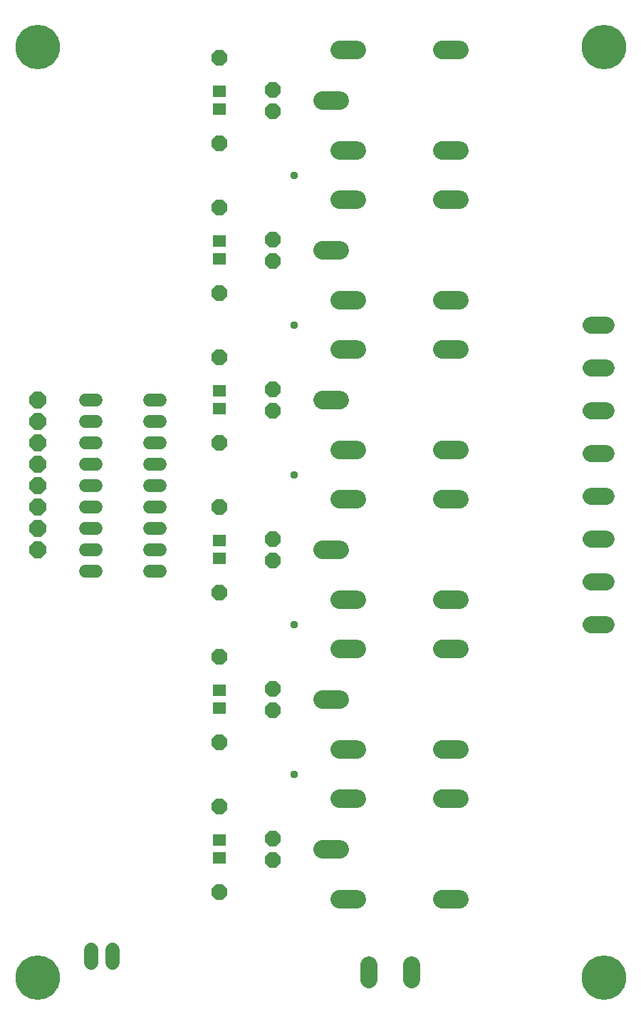
<source format=gbr>
G04 EAGLE Gerber RS-274X export*
G75*
%MOMM*%
%FSLAX34Y34*%
%LPD*%
%INSoldermask Top*%
%IPPOS*%
%AMOC8*
5,1,8,0,0,1.08239X$1,22.5*%
G01*
%ADD10C,5.283200*%
%ADD11C,1.524000*%
%ADD12P,2.144431X8X202.500000*%
%ADD13C,1.727200*%
%ADD14C,2.184400*%
%ADD15P,2.034460X8X112.500000*%
%ADD16P,2.034460X8X292.500000*%
%ADD17R,1.600000X1.400000*%
%ADD18C,1.993900*%
%ADD19C,0.959600*%


D10*
X762000Y1231900D03*
X1435100Y1231900D03*
X762000Y127000D03*
X1435100Y127000D03*
D11*
X832104Y812800D02*
X818896Y812800D01*
X818896Y787400D02*
X832104Y787400D01*
X832104Y660400D02*
X818896Y660400D01*
X818896Y635000D02*
X832104Y635000D01*
X832104Y762000D02*
X818896Y762000D01*
X818896Y736600D02*
X832104Y736600D01*
X832104Y685800D02*
X818896Y685800D01*
X818896Y711200D02*
X832104Y711200D01*
X832104Y609600D02*
X818896Y609600D01*
X895096Y609600D02*
X908304Y609600D01*
X908304Y635000D02*
X895096Y635000D01*
X895096Y660400D02*
X908304Y660400D01*
X908304Y685800D02*
X895096Y685800D01*
X895096Y711200D02*
X908304Y711200D01*
X908304Y736600D02*
X895096Y736600D01*
X895096Y762000D02*
X908304Y762000D01*
X908304Y787400D02*
X895096Y787400D01*
X895096Y812800D02*
X908304Y812800D01*
D12*
X762000Y635000D03*
X762000Y660400D03*
X762000Y685800D03*
X762000Y711200D03*
X762000Y736600D03*
X762000Y762000D03*
X762000Y787400D03*
X762000Y812800D03*
D13*
X850900Y160020D02*
X850900Y144780D01*
X825500Y144780D02*
X825500Y160020D01*
D14*
X1101344Y1168400D02*
X1121156Y1168400D01*
X1121664Y1108710D02*
X1141476Y1108710D01*
X1141476Y1228090D02*
X1121664Y1228090D01*
X1243584Y1228090D02*
X1263396Y1228090D01*
X1263396Y1108710D02*
X1243584Y1108710D01*
X1121156Y990600D02*
X1101344Y990600D01*
X1121664Y930910D02*
X1141476Y930910D01*
X1141476Y1050290D02*
X1121664Y1050290D01*
X1243584Y1050290D02*
X1263396Y1050290D01*
X1263396Y930910D02*
X1243584Y930910D01*
X1121156Y812800D02*
X1101344Y812800D01*
X1121664Y753110D02*
X1141476Y753110D01*
X1141476Y872490D02*
X1121664Y872490D01*
X1243584Y872490D02*
X1263396Y872490D01*
X1263396Y753110D02*
X1243584Y753110D01*
X1121156Y635000D02*
X1101344Y635000D01*
X1121664Y575310D02*
X1141476Y575310D01*
X1141476Y694690D02*
X1121664Y694690D01*
X1243584Y694690D02*
X1263396Y694690D01*
X1263396Y575310D02*
X1243584Y575310D01*
X1121156Y457200D02*
X1101344Y457200D01*
X1121664Y397510D02*
X1141476Y397510D01*
X1141476Y516890D02*
X1121664Y516890D01*
X1243584Y516890D02*
X1263396Y516890D01*
X1263396Y397510D02*
X1243584Y397510D01*
X1121156Y279400D02*
X1101344Y279400D01*
X1121664Y219710D02*
X1141476Y219710D01*
X1141476Y339090D02*
X1121664Y339090D01*
X1243584Y339090D02*
X1263396Y339090D01*
X1263396Y219710D02*
X1243584Y219710D01*
D15*
X1041400Y1155700D03*
X1041400Y1181100D03*
X1041400Y977900D03*
X1041400Y1003300D03*
X1041400Y800100D03*
X1041400Y825500D03*
X1041400Y622300D03*
X1041400Y647700D03*
X1041400Y444500D03*
X1041400Y469900D03*
X1041400Y266700D03*
X1041400Y292100D03*
D16*
X977900Y1219200D03*
X977900Y1117600D03*
D17*
X977900Y1178654D03*
X977900Y1158146D03*
D16*
X977900Y1041400D03*
X977900Y939800D03*
D17*
X977900Y1000854D03*
X977900Y980346D03*
D16*
X977900Y863600D03*
X977900Y762000D03*
D17*
X977900Y823054D03*
X977900Y802546D03*
D16*
X977900Y685800D03*
X977900Y584200D03*
D17*
X977900Y645254D03*
X977900Y624746D03*
D16*
X977900Y508000D03*
X977900Y406400D03*
D17*
X977900Y467454D03*
X977900Y446946D03*
D16*
X977900Y330200D03*
X977900Y228600D03*
D17*
X977900Y289654D03*
X977900Y269146D03*
D18*
X1419797Y546100D02*
X1437704Y546100D01*
X1437704Y596900D02*
X1419797Y596900D01*
X1419797Y647700D02*
X1437704Y647700D01*
X1437704Y698500D02*
X1419797Y698500D01*
X1419797Y749300D02*
X1437704Y749300D01*
X1437704Y800100D02*
X1419797Y800100D01*
X1419797Y850900D02*
X1437704Y850900D01*
X1437704Y901700D02*
X1419797Y901700D01*
X1155700Y142304D02*
X1155700Y124397D01*
X1206500Y124397D02*
X1206500Y142304D01*
D19*
X1066800Y1079500D03*
X1066800Y901700D03*
X1066800Y723900D03*
X1066800Y546100D03*
X1066800Y368300D03*
M02*

</source>
